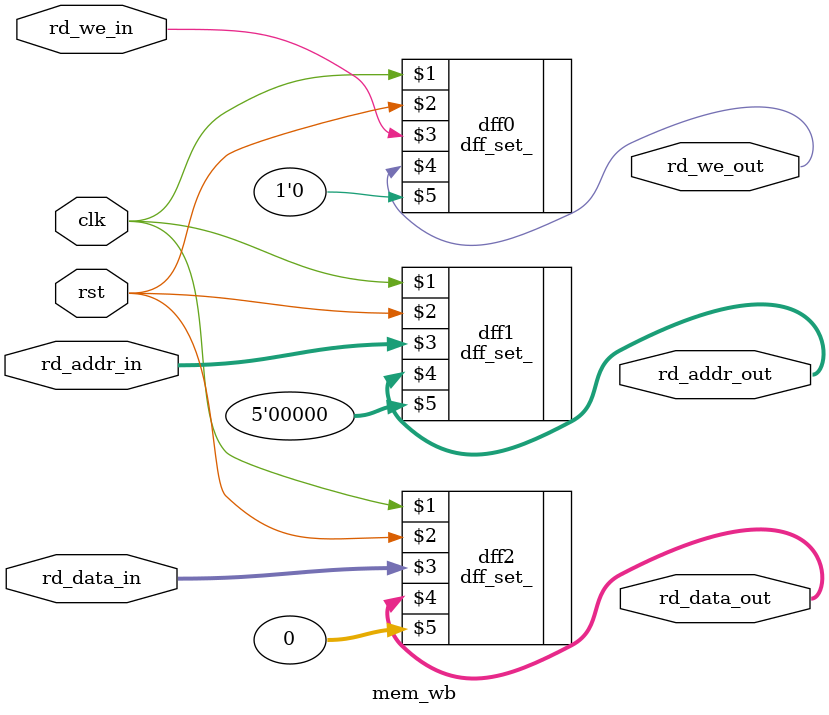
<source format=v>
`timescale 1ns / 1ps


module mem_wb(
    input clk,
    input rst,

    input wire        rd_we_in,
    input wire[4:0]   rd_addr_in,
    input wire[31:0]  rd_data_in,

    output wire       rd_we_out,
    output wire[4:0]  rd_addr_out,
    output wire[31:0] rd_data_out
    );

dff_set_#(1)  dff0(clk, rst, rd_we_in, rd_we_out, 1'b0);
dff_set_#(5)  dff1(clk, rst, rd_addr_in, rd_addr_out, 5'b00000);
dff_set_#(32) dff2(clk, rst, rd_data_in, rd_data_out, 32'h00000000);

endmodule

</source>
